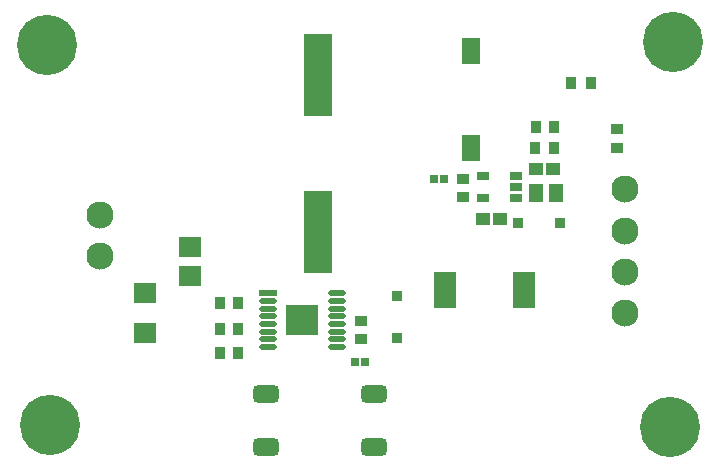
<source format=gts>
G04*
G04 #@! TF.GenerationSoftware,Altium Limited,Altium Designer,19.1.6 (110)*
G04*
G04 Layer_Color=8388736*
%FSLAX43Y43*%
%MOMM*%
G71*
G01*
G75*
%ADD13R,1.600X2.250*%
%ADD14R,1.000X0.950*%
%ADD15R,0.900X1.050*%
%ADD16R,0.950X1.000*%
%ADD17R,1.250X1.100*%
%ADD18R,0.720X0.720*%
%ADD19R,1.300X1.500*%
%ADD20R,0.900X0.850*%
%ADD21R,1.100X0.700*%
%ADD22R,1.850X3.100*%
%ADD23R,2.450X6.950*%
%ADD24R,0.850X0.900*%
%ADD25R,1.500X0.500*%
%ADD26O,1.500X0.500*%
%ADD27R,2.760X2.560*%
G04:AMPARAMS|DCode=28|XSize=2.2mm|YSize=1.5mm|CornerRadius=0.4mm|HoleSize=0mm|Usage=FLASHONLY|Rotation=0.000|XOffset=0mm|YOffset=0mm|HoleType=Round|Shape=RoundedRectangle|*
%AMROUNDEDRECTD28*
21,1,2.200,0.700,0,0,0.0*
21,1,1.400,1.500,0,0,0.0*
1,1,0.800,0.700,-0.350*
1,1,0.800,-0.700,-0.350*
1,1,0.800,-0.700,0.350*
1,1,0.800,0.700,0.350*
%
%ADD28ROUNDEDRECTD28*%
%ADD29R,1.900X1.800*%
%ADD30R,1.900X1.750*%
%ADD31C,5.100*%
%ADD32C,2.300*%
D13*
X89600Y85625D02*
D03*
Y77375D02*
D03*
D14*
X101900Y77425D02*
D03*
Y78975D02*
D03*
X88900Y73200D02*
D03*
Y74750D02*
D03*
X80300Y62775D02*
D03*
Y61225D02*
D03*
D15*
X99725Y82900D02*
D03*
X98075D02*
D03*
D16*
X95050Y79200D02*
D03*
X96600D02*
D03*
X96575Y77400D02*
D03*
X95025D02*
D03*
X69875Y60000D02*
D03*
X68325D02*
D03*
X69850Y62100D02*
D03*
X68300D02*
D03*
X69875Y64300D02*
D03*
X68325D02*
D03*
D17*
X96500Y75600D02*
D03*
X95100D02*
D03*
X90600Y71400D02*
D03*
X92000D02*
D03*
D18*
X87300Y74800D02*
D03*
X86420D02*
D03*
X79760Y59300D02*
D03*
X80640D02*
D03*
D19*
X96800Y73600D02*
D03*
X95100D02*
D03*
D20*
X97075Y71000D02*
D03*
X93525D02*
D03*
D21*
X90625Y73150D02*
D03*
Y75050D02*
D03*
X93375D02*
D03*
Y74100D02*
D03*
Y73150D02*
D03*
D22*
X87350Y65400D02*
D03*
X94100D02*
D03*
D23*
X76600Y83600D02*
D03*
Y70300D02*
D03*
D24*
X83300Y64875D02*
D03*
Y61325D02*
D03*
D25*
X72350Y65075D02*
D03*
D26*
Y64425D02*
D03*
Y63775D02*
D03*
Y63125D02*
D03*
Y62475D02*
D03*
Y61825D02*
D03*
Y61175D02*
D03*
Y60525D02*
D03*
X78250Y65075D02*
D03*
Y64425D02*
D03*
Y63775D02*
D03*
Y63125D02*
D03*
Y62475D02*
D03*
Y61825D02*
D03*
Y61175D02*
D03*
Y60525D02*
D03*
D27*
X75300Y62800D02*
D03*
D28*
X72250Y56540D02*
D03*
X81350D02*
D03*
Y52060D02*
D03*
X72250D02*
D03*
D29*
X62000Y65100D02*
D03*
Y61700D02*
D03*
D30*
X65800Y66550D02*
D03*
Y69000D02*
D03*
D31*
X53700Y86100D02*
D03*
X53900Y53900D02*
D03*
X106400Y53800D02*
D03*
X106700Y86400D02*
D03*
D32*
X102600Y63384D02*
D03*
Y66890D02*
D03*
Y73900D02*
D03*
Y70395D02*
D03*
X58202Y71753D02*
D03*
Y68247D02*
D03*
M02*

</source>
